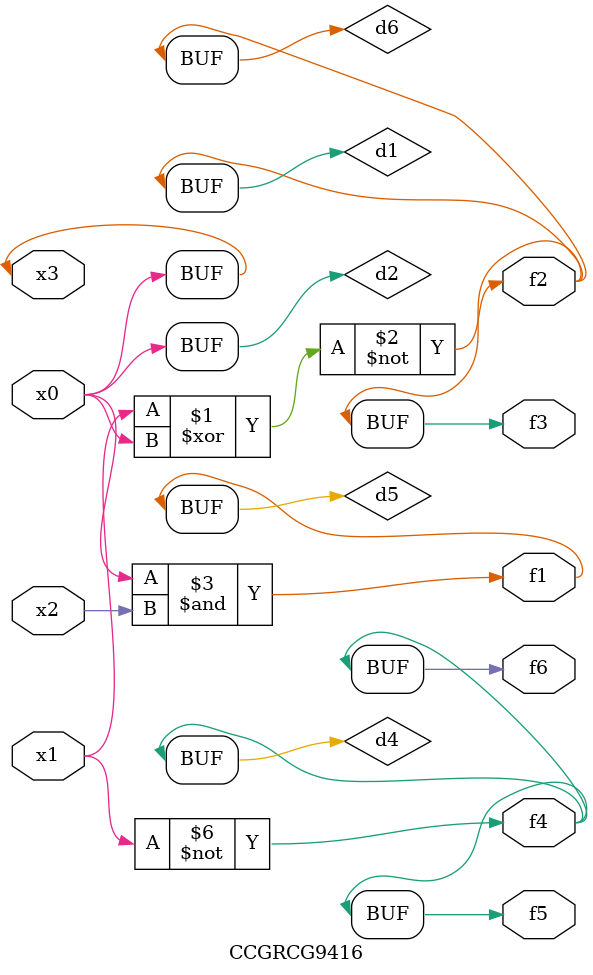
<source format=v>
module CCGRCG9416(
	input x0, x1, x2, x3,
	output f1, f2, f3, f4, f5, f6
);

	wire d1, d2, d3, d4, d5, d6;

	xnor (d1, x1, x3);
	buf (d2, x0, x3);
	nand (d3, x0, x2);
	not (d4, x1);
	nand (d5, d3);
	or (d6, d1);
	assign f1 = d5;
	assign f2 = d6;
	assign f3 = d6;
	assign f4 = d4;
	assign f5 = d4;
	assign f6 = d4;
endmodule

</source>
